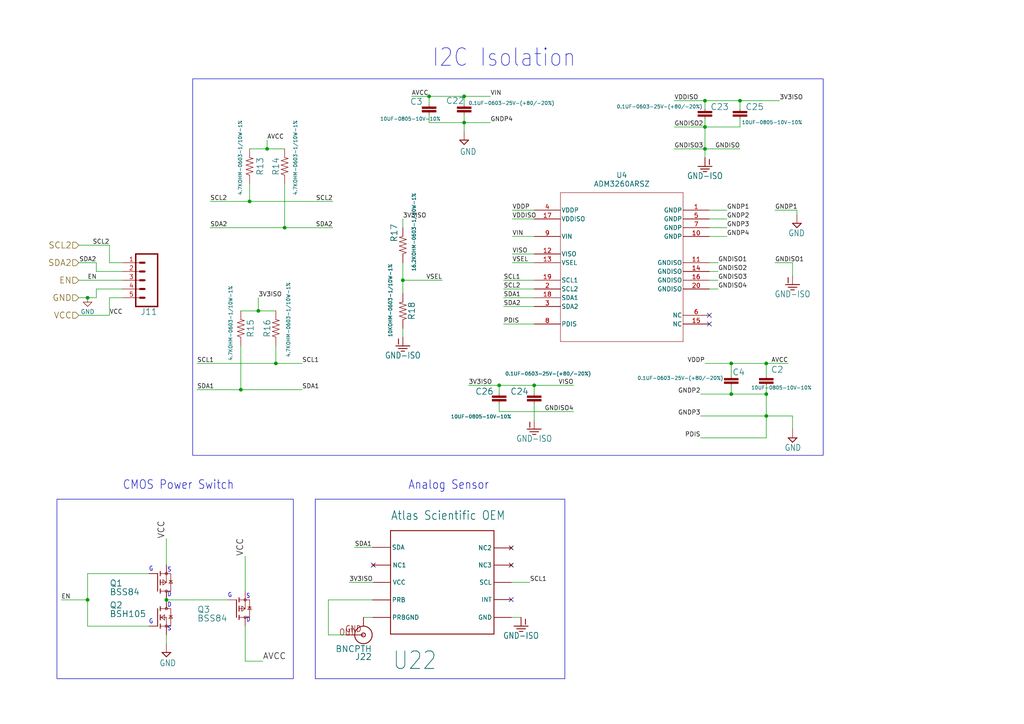
<source format=kicad_sch>
(kicad_sch (version 20231120) (generator "eeschema") (generator_version "8.0")
  (paper "A4")
  (title_block (title "ADM3260 with Atlas Scientific OEM") (date "2024-05-19") (rev "1.0.0") (company "FAST Research et al.") (comment 1 "Author: Ignore Knippenberg") (comment 2 "Author: Cameron Brooks"))
  (lib_symbols
    (symbol "ADM3260ARSZ:ADM3260ARSZ" (pin_names (offset 0.254))
      (property "Reference" "U" (at 25.4 10.16 0))
      (property "Value" "ADM3260ARSZ" (at 25.4 7.62 0))
      (symbol "ADM3260ARSZ_0_1"
        (polyline (pts (xy 7.62 -38.1) (xy 43.18 -38.1)) (stroke (width 0.127)))
        (polyline (pts (xy 7.62 5.08) (xy 7.62 -38.1)) (stroke (width 0.127)))
        (polyline (pts (xy 43.18 -38.1) (xy 43.18 5.08)) (stroke (width 0.127)))
        (polyline (pts (xy 43.18 5.08) (xy 7.62 5.08)) (stroke (width 0.127)))
        (pin unspecified line (at 50.8 0 180) (length 7.62) (name "GNDP") (number "1"))
        (pin unspecified line (at 50.8 -7.62 180) (length 7.62) (name "GNDP") (number "10"))
        (pin unspecified line (at 50.8 -15.24 180) (length 7.62) (name "GNDISO") (number "11"))
        (pin unspecified line (at 0 -12.7 0) (length 7.62) (name "VISO") (number "12"))
        (pin unspecified line (at 0 -15.24 0) (length 7.62) (name "VSEL") (number "13"))
        (pin unspecified line (at 50.8 -17.78 180) (length 7.62) (name "GNDISO") (number "14"))
        (pin unspecified line (at 50.8 -33.02 180) (length 7.62) (name "NC") (number "15"))
        (pin unspecified line (at 50.8 -20.32 180) (length 7.62) (name "GNDISO") (number "16"))
        (pin unspecified line (at 0 -2.54 0) (length 7.62) (name "VDDISO") (number "17"))
        (pin unspecified line (at 0 -25.4 0) (length 7.62) (name "SDA1") (number "18"))
        (pin unspecified line (at 0 -20.32 0) (length 7.62) (name "SCL1") (number "19"))
        (pin unspecified line (at 0 -22.86 0) (length 7.62) (name "SCL2") (number "2"))
        (pin unspecified line (at 50.8 -22.86 180) (length 7.62) (name "GNDISO") (number "20"))
        (pin unspecified line (at 0 -27.94 0) (length 7.62) (name "SDA2") (number "3"))
        (pin unspecified line (at 0 0 0) (length 7.62) (name "VDDP") (number "4"))
        (pin unspecified line (at 50.8 -2.54 180) (length 7.62) (name "GNDP") (number "5"))
        (pin unspecified line (at 50.8 -30.48 180) (length 7.62) (name "NC") (number "6"))
        (pin unspecified line (at 50.8 -5.08 180) (length 7.62) (name "GNDP") (number "7"))
        (pin unspecified line (at 0 -33.02 0) (length 7.62) (name "PDIS") (number "8"))
        (pin unspecified line (at 0 -7.62 0) (length 7.62) (name "VIN") (number "9"))
      )
    )
    (symbol "ADM3260_Breakout-eagle-import:0.1UF-0603-25V-(+80/-20%)"
      (property "Reference" "C" (at 1.524 2.286 0))
      (symbol "0.1UF-0603-25V-(+80/-20%)_1_0"
        (rectangle (start -2.032 0.508) (end 2.032 1.016) (fill (type outline)))
        (rectangle (start -2.032 1.524) (end 2.032 2.032) (fill (type outline)))
        (polyline (pts (xy 0 0) (xy 0 0.508)) (stroke (width 0.1524)))
        (polyline (pts (xy 0 2.54) (xy 0 2.032)) (stroke (width 0.1524)))
        (pin passive line (at 0 2.54 270) (length 0) (name "1") (number "1"))
        (pin passive line (at 0 0 90) (length 0) (name "2") (number "2"))
      )
    )
    (symbol "ADM3260_Breakout-eagle-import:10KOHM-0603-1/10W-1%"
      (property "Reference" "R" (at 0 1.524 0))
      (symbol "10KOHM-0603-1/10W-1%_1_0"
        (polyline (pts (xy -2.54 0) (xy -2.159 1.016)) (stroke (width 0.1524)))
        (polyline (pts (xy -2.159 1.016) (xy -1.524 -1.016)) (stroke (width 0.1524)))
        (polyline (pts (xy -1.524 -1.016) (xy -0.889 1.016)) (stroke (width 0.1524)))
        (polyline (pts (xy -0.889 1.016) (xy -0.254 -1.016)) (stroke (width 0.1524)))
        (polyline (pts (xy -0.254 -1.016) (xy 0.381 1.016)) (stroke (width 0.1524)))
        (polyline (pts (xy 0.381 1.016) (xy 1.016 -1.016)) (stroke (width 0.1524)))
        (polyline (pts (xy 1.016 -1.016) (xy 1.651 1.016)) (stroke (width 0.1524)))
        (polyline (pts (xy 1.651 1.016) (xy 2.286 -1.016)) (stroke (width 0.1524)))
        (polyline (pts (xy 2.286 -1.016) (xy 2.54 0)) (stroke (width 0.1524)))
        (pin passive line (at -5.08 0 0) (length 2.54) (name "1") (number "1"))
        (pin passive line (at 5.08 0 180) (length 2.54) (name "2") (number "2"))
      )
    )
    (symbol "ADM3260_Breakout-eagle-import:10UF-0805-10V-10%"
      (property "Reference" "C" (at 1.524 2.286 0))
      (symbol "10UF-0805-10V-10%_1_0"
        (rectangle (start -2.032 0.508) (end 2.032 1.016) (fill (type outline)))
        (rectangle (start -2.032 1.524) (end 2.032 2.032) (fill (type outline)))
        (polyline (pts (xy 0 0) (xy 0 0.508)) (stroke (width 0.1524)))
        (polyline (pts (xy 0 2.54) (xy 0 2.032)) (stroke (width 0.1524)))
        (pin passive line (at 0 2.54 270) (length 0) (name "1") (number "1"))
        (pin passive line (at 0 0 90) (length 0) (name "2") (number "2"))
      )
    )
    (symbol "ADM3260_Breakout-eagle-import:16.2KOHM-0603-1/10W-1%"
      (property "Reference" "R" (at 0 1.524 0))
      (symbol "16.2KOHM-0603-1/10W-1%_1_0"
        (polyline (pts (xy -2.54 0) (xy -2.159 1.016)) (stroke (width 0.1524)))
        (polyline (pts (xy -2.159 1.016) (xy -1.524 -1.016)) (stroke (width 0.1524)))
        (polyline (pts (xy -1.524 -1.016) (xy -0.889 1.016)) (stroke (width 0.1524)))
        (polyline (pts (xy -0.889 1.016) (xy -0.254 -1.016)) (stroke (width 0.1524)))
        (polyline (pts (xy -0.254 -1.016) (xy 0.381 1.016)) (stroke (width 0.1524)))
        (polyline (pts (xy 0.381 1.016) (xy 1.016 -1.016)) (stroke (width 0.1524)))
        (polyline (pts (xy 1.016 -1.016) (xy 1.651 1.016)) (stroke (width 0.1524)))
        (polyline (pts (xy 1.651 1.016) (xy 2.286 -1.016)) (stroke (width 0.1524)))
        (polyline (pts (xy 2.286 -1.016) (xy 2.54 0)) (stroke (width 0.1524)))
        (pin passive line (at -5.08 0 0) (length 2.54) (name "1") (number "1"))
        (pin passive line (at 5.08 0 180) (length 2.54) (name "2") (number "2"))
      )
    )
    (symbol "ADM3260_Breakout-eagle-import:4.7KOHM-0603-1/10W-1%"
      (property "Reference" "R" (at 0 1.524 0))
      (symbol "4.7KOHM-0603-1/10W-1%_1_0"
        (polyline (pts (xy -2.54 0) (xy -2.159 1.016)) (stroke (width 0.1524)))
        (polyline (pts (xy -2.159 1.016) (xy -1.524 -1.016)) (stroke (width 0.1524)))
        (polyline (pts (xy -1.524 -1.016) (xy -0.889 1.016)) (stroke (width 0.1524)))
        (polyline (pts (xy -0.889 1.016) (xy -0.254 -1.016)) (stroke (width 0.1524)))
        (polyline (pts (xy -0.254 -1.016) (xy 0.381 1.016)) (stroke (width 0.1524)))
        (polyline (pts (xy 0.381 1.016) (xy 1.016 -1.016)) (stroke (width 0.1524)))
        (polyline (pts (xy 1.016 -1.016) (xy 1.651 1.016)) (stroke (width 0.1524)))
        (polyline (pts (xy 1.651 1.016) (xy 2.286 -1.016)) (stroke (width 0.1524)))
        (polyline (pts (xy 2.286 -1.016) (xy 2.54 0)) (stroke (width 0.1524)))
        (pin passive line (at -5.08 0 0) (length 2.54) (name "1") (number "1"))
        (pin passive line (at 5.08 0 180) (length 2.54) (name "2") (number "2"))
      )
    )
    (symbol "ADM3260_Breakout-eagle-import:BNCPTH"
      (property "Reference" "J" (at -2.54 5.334 0))
      (symbol "BNCPTH_1_0"
        (circle (center 0 0) (radius 0.5679) (stroke (width 0.254)))
        (circle (center 0 0) (radius 2.54) (stroke (width 0.254)))
        (text "GND" (at 0.508 -2.794 0) (effects (font (size 1.778 1.5113)) (justify left top)))
        (text "OUT" (at 2.54 0.254 0) (effects (font (size 1.778 1.5113)) (justify left bottom)))
        (pin bidirectional line (at 0 -5.08 90) (length 2.54) (name "GND") (number "GND"))
        (pin bidirectional line (at 5.08 0 180) (length 5.08) (name "OUT") (number "S"))
      )
    )
    (symbol "ADM3260_Breakout-eagle-import:BSH105"
      (property "Reference" "T" (at -11.43 2.54 0))
      (symbol "BSH105_1_0"
        (polyline (pts (xy 0 2.54) (xy 0 -2.54)) (stroke (width 0.254)))
        (polyline (pts (xy 0.762 -2.54) (xy 0.762 -3.175)) (stroke (width 0.254)))
        (polyline (pts (xy 0.762 -1.905) (xy 0.762 -2.54)) (stroke (width 0.254)))
        (polyline (pts (xy 0.762 0) (xy 0.762 -0.762)) (stroke (width 0.254)))
        (polyline (pts (xy 0.762 0) (xy 2.54 0)) (stroke (width 0.1524)))
        (polyline (pts (xy 0.762 0.762) (xy 0.762 0)) (stroke (width 0.254)))
        (polyline (pts (xy 0.762 2.54) (xy 0.762 1.905)) (stroke (width 0.254)))
        (polyline (pts (xy 0.762 2.54) (xy 3.81 2.54)) (stroke (width 0.1524)))
        (polyline (pts (xy 0.762 3.175) (xy 0.762 2.54)) (stroke (width 0.254)))
        (polyline (pts (xy 1.016 0) (xy 2.032 0.762)) (stroke (width 0.1524)))
        (polyline (pts (xy 2.032 -0.762) (xy 1.016 0)) (stroke (width 0.1524)))
        (polyline (pts (xy 2.032 0.762) (xy 2.032 -0.762)) (stroke (width 0.1524)))
        (polyline (pts (xy 2.54 -2.54) (xy 0.762 -2.54)) (stroke (width 0.1524)))
        (polyline (pts (xy 2.54 -2.54) (xy 3.81 -2.54)) (stroke (width 0.1524)))
        (polyline (pts (xy 2.54 0) (xy 2.54 -2.54)) (stroke (width 0.1524)))
        (polyline (pts (xy 3.302 -0.254) (xy 4.318 -0.254)) (stroke (width 0.1524)))
        (polyline (pts (xy 3.81 0.508) (xy 3.302 -0.254)) (stroke (width 0.1524)))
        (polyline (pts (xy 3.81 0.508) (xy 3.302 0.508)) (stroke (width 0.1524)))
        (polyline (pts (xy 3.81 0.508) (xy 3.81 -2.54)) (stroke (width 0.1524)))
        (polyline (pts (xy 3.81 2.54) (xy 3.81 0.508)) (stroke (width 0.1524)))
        (polyline (pts (xy 4.318 -0.254) (xy 3.81 0.508)) (stroke (width 0.1524)))
        (polyline (pts (xy 4.318 0.508) (xy 3.81 0.508)) (stroke (width 0.1524)))
        (circle (center 2.54 -2.54) (radius 0.3592))
        (circle (center 2.54 2.54) (radius 0.3592))
        (pin passive line (at -2.54 -2.54 0) (length 2.54) (name "G") (number "1"))
        (pin passive line (at 2.54 -5.08 90) (length 2.54) (name "S") (number "2"))
        (pin passive line (at 2.54 5.08 270) (length 2.54) (name "D") (number "3"))
      )
    )
    (symbol "ADM3260_Breakout-eagle-import:BSS84"
      (property "Reference" "T" (at -13.97 -1.27 0))
      (symbol "BSS84_1_0"
        (circle (center 0 -2.54) (radius 0.3592))
        (polyline (pts (xy -2.54 -2.54) (xy -2.54 2.54)) (stroke (width 0.254)))
        (polyline (pts (xy -1.778 -3.175) (xy -1.778 -2.54)) (stroke (width 0.254)))
        (polyline (pts (xy -1.778 -2.54) (xy -1.778 -1.905)) (stroke (width 0.254)))
        (polyline (pts (xy -1.778 -2.54) (xy 0 -2.54)) (stroke (width 0.1524)))
        (polyline (pts (xy -1.778 -0.762) (xy -1.778 0)) (stroke (width 0.254)))
        (polyline (pts (xy -1.778 0) (xy -1.778 0.762)) (stroke (width 0.254)))
        (polyline (pts (xy -1.778 0) (xy 0 0)) (stroke (width 0.1524)))
        (polyline (pts (xy -1.778 1.905) (xy -1.778 2.54)) (stroke (width 0.254)))
        (polyline (pts (xy -1.778 2.54) (xy -1.778 3.175)) (stroke (width 0.254)))
        (polyline (pts (xy -1.016 -0.762) (xy -1.016 0.762)) (stroke (width 0.1524)))
        (polyline (pts (xy -1.016 0.762) (xy 0 0)) (stroke (width 0.1524)))
        (polyline (pts (xy 0 -5.08) (xy 0 -2.54)) (stroke (width 0.1524)))
        (polyline (pts (xy 0 -2.54) (xy 1.27 -2.54)) (stroke (width 0.1524)))
        (polyline (pts (xy 0 0) (xy -1.016 -0.762)) (stroke (width 0.1524)))
        (polyline (pts (xy 0 0) (xy 0 2.54)) (stroke (width 0.1524)))
        (polyline (pts (xy 0 2.54) (xy -1.778 2.54)) (stroke (width 0.1524)))
        (polyline (pts (xy 0 2.54) (xy 1.27 2.54)) (stroke (width 0.1524)))
        (polyline (pts (xy 0.762 -0.254) (xy 1.778 -0.254)) (stroke (width 0.1524)))
        (polyline (pts (xy 1.27 0.508) (xy 0.762 -0.254)) (stroke (width 0.1524)))
        (polyline (pts (xy 1.27 0.508) (xy 0.762 0.508)) (stroke (width 0.1524)))
        (polyline (pts (xy 1.27 0.508) (xy 1.27 -2.54)) (stroke (width 0.1524)))
        (polyline (pts (xy 1.27 2.54) (xy 1.27 0.508)) (stroke (width 0.1524)))
        (polyline (pts (xy 1.778 -0.254) (xy 1.27 0.508)) (stroke (width 0.1524)))
        (polyline (pts (xy 1.778 0.508) (xy 1.27 0.508)) (stroke (width 0.1524)))
        (circle (center 0 2.54) (radius 0.3592))
        (pin passive line (at -5.08 2.54 0) (length 2.54) (name "G") (number "1"))
        (pin passive line (at 0 5.08 270) (length 2.54) (name "S") (number "2"))
        (pin passive line (at 0 -5.08 90) (length 2.54) (name "D") (number "3"))
      )
    )
    (symbol "ADM3260_Breakout-eagle-import:CONN_05LOCK_LONGPADS"
      (property "Reference" "J" (at -2.54 8.128 0))
      (symbol "CONN_05LOCK_LONGPADS_1_0"
        (polyline (pts (xy -2.54 7.62) (xy -2.54 -7.62)) (stroke (width 0.4064)))
        (polyline (pts (xy -2.54 7.62) (xy 3.81 7.62)) (stroke (width 0.4064)))
        (polyline (pts (xy 1.27 -5.08) (xy 2.54 -5.08)) (stroke (width 0.6096)))
        (polyline (pts (xy 1.27 -2.54) (xy 2.54 -2.54)) (stroke (width 0.6096)))
        (polyline (pts (xy 1.27 0) (xy 2.54 0)) (stroke (width 0.6096)))
        (polyline (pts (xy 1.27 2.54) (xy 2.54 2.54)) (stroke (width 0.6096)))
        (polyline (pts (xy 1.27 5.08) (xy 2.54 5.08)) (stroke (width 0.6096)))
        (polyline (pts (xy 3.81 -7.62) (xy -2.54 -7.62)) (stroke (width 0.4064)))
        (polyline (pts (xy 3.81 -7.62) (xy 3.81 7.62)) (stroke (width 0.4064)))
        (pin passive line (at 7.62 -5.08 180) (length 5.08) (name "1") (number "1"))
        (pin passive line (at 7.62 -2.54 180) (length 5.08) (name "2") (number "2"))
        (pin passive line (at 7.62 0 180) (length 5.08) (name "3") (number "3"))
        (pin passive line (at 7.62 2.54 180) (length 5.08) (name "4") (number "4"))
        (pin passive line (at 7.62 5.08 180) (length 5.08) (name "5") (number "5"))
      )
    )
    (symbol "ADM3260_Breakout-eagle-import:GND" (power)
      (symbol "GND_1_0"
        (polyline (pts (xy -1.27 0) (xy 1.27 0)) (stroke (width 0.254)))
        (polyline (pts (xy 0 -1.27) (xy -1.27 0)) (stroke (width 0.254)))
        (polyline (pts (xy 1.27 0) (xy 0 -1.27)) (stroke (width 0.254)))
        (pin power_in line (at 0 2.54 270) (length 2.54) (name "GND") (number "1"))
      )
    )
    (symbol "ADM3260_Breakout-eagle-import:GND-ISO" (power)
      (symbol "GND-ISO_1_0"
        (polyline (pts (xy -2.032 0) (xy 2.032 0)) (stroke (width 0.254)))
        (polyline (pts (xy -1.27 -0.762) (xy 1.27 -0.762)) (stroke (width 0.254)))
        (polyline (pts (xy -0.508 -1.524) (xy 0.508 -1.524)) (stroke (width 0.254)))
        (polyline (pts (xy 1.27 2.032) (xy 1.27 0.508)) (stroke (width 0.254)))
        (pin power_in line (at 0 2.54 270) (length 2.54) (name "GND-ISO") (number "1"))
      )
    )
    (symbol "ADM3260_Breakout-eagle-import:PHSENSOR"
      (property "Reference" "U3" (at -14.732 -25.4 0))
      (property "Value" "Atlas Scientific OEM" (at -14.986 18.034 0))
      (symbol "PHSENSOR_1_0"
        (polyline (pts (xy -15 -15) (xy 15 -15)) (stroke (width 0.254)))
        (polyline (pts (xy -15 15) (xy -15 -15)) (stroke (width 0.254)))
        (polyline (pts (xy 15 -15) (xy 15 15)) (stroke (width 0.254)))
        (polyline (pts (xy 15 15) (xy -15 15)) (stroke (width 0.254)))
        (pin bidirectional line (at -20.2219 10.1558 0) (length 5.08) (name "SDA") (number "P1"))
        (pin no_connect line (at 20 10 180) (length 5.08) (name "NC2") (number "P10"))
        (pin no_connect line (at -20 5 0) (length 5.08) (name "NC1") (number "P2"))
        (pin power_in line (at -20 0 0) (length 5.08) (name "VCC") (number "P3"))
        (pin bidirectional line (at -20.2061 -5.0834 0) (length 5.08) (name "PRB") (number "P4"))
        (pin bidirectional line (at -20.1404 -10.1628 0) (length 5.08) (name "PRBGND") (number "P5"))
        (pin power_in line (at 20.0356 -10.161 180) (length 5.08) (name "GND") (number "P6"))
        (pin bidirectional line (at 20 -5 180) (length 5.08) (name "INT") (number "P7"))
        (pin bidirectional line (at 20 0 180) (length 5.08) (name "SCL") (number "P8"))
        (pin no_connect line (at 20 5 180) (length 5.08) (name "NC3") (number "P9"))
      )
    )
    (symbol "power:GND" (power) (pin_numbers hide) (pin_names (offset 0) hide)
      (property "Value" "GND" (at 0 -3.81 0))
      (symbol "GND_0_1"
        (polyline (pts (xy 0 0) (xy 0 -1.27) (xy 1.27 -1.27) (xy 0 -2.54) (xy -1.27 -1.27) (xy 0 -1.27)))
      )
      (symbol "GND_1_1"
        (pin power_in line (at 0 0 270) (length 0) (name "~") (number "1"))
      )
    )
  )
  (junction (at 134.62 35.56))
  (junction (at 69.85 113.03))
  (junction (at 74.93 90.17))
  (junction (at 77.47 43.18))
  (junction (at 214.63 29.21))
  (junction (at 48.26 173.99))
  (junction (at 144.78 111.76))
  (junction (at 124.46 27.94))
  (junction (at 212.09 105.41))
  (junction (at 222.25 120.65))
  (junction (at 204.47 43.18))
  (junction (at 212.09 114.3))
  (junction (at 204.47 29.21))
  (junction (at 80.01 105.41))
  (junction (at 116.84 81.28))
  (junction (at 25.4 86.36))
  (junction (at 222.25 105.41))
  (junction (at 82.55 66.04))
  (junction (at 222.25 114.3))
  (junction (at 25.4 173.99))
  (junction (at 134.62 27.94))
  (junction (at 204.47 36.83))
  (junction (at 72.39 58.42))
  (junction (at 154.94 111.76))
  (no_connect (at 148.27 158.91))
  (no_connect (at 108.27 163.91))
  (no_connect (at 148.27 173.91))
  (no_connect (at 205.74 93.98))
  (no_connect (at 148.27 163.91))
  (no_connect (at 205.74 91.44))
  (wire (pts (xy 82.55 43.18) (xy 77.47 43.18)) (stroke (width 0.1524)))
  (wire (pts (xy 134.62 38.1) (xy 134.62 35.56)) (stroke (width 0.1524)))
  (wire (pts (xy 214.63 29.21) (xy 214.63 31.75)) (stroke (width 0.1524)))
  (wire (pts (xy 204.47 105.41) (xy 212.09 105.41)))
  (wire (pts (xy 148.59 60.96) (xy 154.94 60.96)))
  (wire (pts (xy 69.85 113.03) (xy 87.63 113.03)) (stroke (width 0.1524)))
  (wire (pts (xy 124.46 27.94) (xy 124.46 30.48)) (stroke (width 0.1524)))
  (wire (pts (xy 204.47 29.21) (xy 204.47 31.75)) (stroke (width 0.1524)))
  (wire (pts (xy 144.78 111.76) (xy 144.78 114.3)) (stroke (width 0.1524)))
  (wire (pts (xy 214.63 43.18) (xy 204.47 43.18)) (stroke (width 0.1524)))
  (wire (pts (xy 154.94 111.76) (xy 154.94 114.3)) (stroke (width 0.1524)))
  (wire (pts (xy 108.0639 173.99) (xy 108.0639 173.9934)) (stroke (width 0.1524)))
  (wire (pts (xy 31.75 91.44) (xy 22.86 91.44)) (stroke (width 0.1524)))
  (wire (pts (xy 74.93 90.17) (xy 80.01 90.17)) (stroke (width 0.1524)))
  (wire (pts (xy 60.96 66.04) (xy 82.55 66.04)))
  (wire (pts (xy 69.85 90.17) (xy 74.93 90.17)) (stroke (width 0.1524)))
  (wire (pts (xy 148.59 73.66) (xy 154.94 73.66)))
  (wire (pts (xy 72.39 58.42) (xy 96.52 58.42)))
  (wire (pts (xy 35.56 78.74) (xy 27.94 78.74)) (stroke (width 0.1524)))
  (wire (pts (xy 74.93 86.36) (xy 74.93 90.17)))
  (wire (pts (xy 77.47 43.18) (xy 72.39 43.18)) (stroke (width 0.1524)))
  (wire (pts (xy 22.86 86.36) (xy 25.4 86.36)) (stroke (width 0.1524)))
  (wire (pts (xy 82.55 66.04) (xy 96.52 66.04)))
  (wire (pts (xy 116.84 76.2) (xy 116.84 81.28)))
  (wire (pts (xy 148.59 68.58) (xy 154.94 68.58)))
  (wire (pts (xy 102.87 158.75) (xy 108.0481 158.75)))
  (wire (pts (xy 214.63 29.21) (xy 226.06 29.21)))
  (wire (pts (xy 195.58 29.21) (xy 204.47 29.21)))
  (wire (pts (xy 148.59 76.2) (xy 154.94 76.2)))
  (wire (pts (xy 229.87 120.65) (xy 229.87 124.46)))
  (wire (pts (xy 124.46 35.56) (xy 124.46 33.02)) (stroke (width 0.1524)))
  (wire (pts (xy 72.39 58.42) (xy 72.39 53.34)) (stroke (width 0.1524)))
  (wire (pts (xy 214.63 36.83) (xy 214.63 34.29)) (stroke (width 0.1524)))
  (wire (pts (xy 35.56 83.82) (xy 27.94 83.82)) (stroke (width 0.1524)))
  (wire (pts (xy 222.25 114.3) (xy 222.25 120.65)) (stroke (width 0.1524)))
  (wire (pts (xy 108.1296 179.07) (xy 108.1296 179.0728)) (stroke (width 0.1524)))
  (wire (pts (xy 95.25 173.99) (xy 108.0639 173.99)) (stroke (width 0.1524)))
  (wire (pts (xy 48.26 163.83) (xy 48.26 156.21)) (stroke (width 0.1524)))
  (wire (pts (xy 222.25 105.41) (xy 212.09 105.41)))
  (wire (pts (xy 31.75 86.36) (xy 35.56 86.36)) (stroke (width 0.1524)))
  (wire (pts (xy 60.96 58.42) (xy 72.39 58.42)))
  (wire (pts (xy 146.05 83.82) (xy 154.94 83.82)))
  (wire (pts (xy 135.89 111.76) (xy 144.78 111.76)))
  (wire (pts (xy 148.59 63.5) (xy 154.94 63.5)))
  (wire (pts (xy 212.09 105.41) (xy 212.09 106.68)))
  (wire (pts (xy 25.4 173.99) (xy 25.4 166.37)) (stroke (width 0.1524)))
  (wire (pts (xy 231.14 60.96) (xy 231.14 62.23)))
  (wire (pts (xy 134.62 27.94) (xy 142.24 27.94)))
  (wire (pts (xy 95.25 184.15) (xy 100.33 184.15)) (stroke (width 0.1524)))
  (wire (pts (xy 204.47 43.18) (xy 204.47 36.83)) (stroke (width 0.1524)))
  (wire (pts (xy 27.94 83.82) (xy 27.94 86.36)) (stroke (width 0.1524)))
  (wire (pts (xy 146.05 86.36) (xy 154.94 86.36)))
  (wire (pts (xy 210.82 66.04) (xy 205.74 66.04)))
  (wire (pts (xy 124.46 27.94) (xy 134.62 27.94)))
  (wire (pts (xy 212.09 114.3) (xy 222.25 114.3)) (stroke (width 0.1524)))
  (wire (pts (xy 208.28 81.28) (xy 205.74 81.28)))
  (wire (pts (xy 222.25 120.65) (xy 222.25 127)))
  (wire (pts (xy 134.62 33.02) (xy 134.62 35.56)) (stroke (width 0.1524)))
  (wire (pts (xy 25.4 86.36) (xy 27.94 86.36)) (stroke (width 0.1524)))
  (wire (pts (xy 116.84 81.28) (xy 116.84 83.82)))
  (wire (pts (xy 212.09 106.68) (xy 212.09 109.22)) (stroke (width 0.1524)))
  (wire (pts (xy 195.58 36.83) (xy 204.47 36.83)))
  (wire (pts (xy 154.94 111.76) (xy 144.78 111.76)) (stroke (width 0.1524)))
  (wire (pts (xy 222.25 105.41) (xy 222.25 109.22)) (stroke (width 0.1524)))
  (wire (pts (xy 25.4 166.37) (xy 43.18 166.37)) (stroke (width 0.1524)))
  (wire (pts (xy 134.62 30.48) (xy 134.62 27.94)))
  (wire (pts (xy 222.25 127) (xy 203.2 127)) (stroke (width 0.1524)))
  (wire (pts (xy 228.6 105.41) (xy 222.25 105.41)) (stroke (width 0.1524)))
  (wire (pts (xy 66.04 173.99) (xy 48.26 173.99)) (stroke (width 0.1524)))
  (wire (pts (xy 229.87 120.65) (xy 222.25 120.65)))
  (wire (pts (xy 48.26 186.69) (xy 48.26 184.15)) (stroke (width 0.1524)))
  (wire (pts (xy 212.0807 114.2908) (xy 212.09 114.3)) (stroke (width 0.1524)))
  (wire (pts (xy 69.85 113.03) (xy 69.85 100.33)) (stroke (width 0.1524)))
  (wire (pts (xy 71.12 191.77) (xy 76.2 191.77)) (stroke (width 0.1524)))
  (wire (pts (xy 146.05 81.28) (xy 154.94 81.28)))
  (wire (pts (xy 154.94 116.84) (xy 154.94 121.92)) (stroke (width 0.1524)))
  (wire (pts (xy 35.56 76.2) (xy 31.75 76.2)) (stroke (width 0.1524)))
  (wire (pts (xy 208.28 83.82) (xy 205.74 83.82)))
  (wire (pts (xy 128.27 81.28) (xy 116.84 81.28)))
  (wire (pts (xy 208.28 76.2) (xy 205.74 76.2)))
  (wire (pts (xy 71.12 171.45) (xy 71.12 161.29)) (stroke (width 0.1524)))
  (wire (pts (xy 108.27 168.91) (xy 101.28 168.91)) (stroke (width 0.1524)))
  (wire (pts (xy 22.86 81.28) (xy 35.56 81.28)) (stroke (width 0.1524)))
  (wire (pts (xy 80.01 105.41) (xy 80.01 100.33)) (stroke (width 0.1524)))
  (wire (pts (xy 224.79 76.2) (xy 229.87 76.2)))
  (wire (pts (xy 212.09 114.3) (xy 203.2 114.3)))
  (wire (pts (xy 105.41 179.07) (xy 108.1296 179.07)) (stroke (width 0.1524)))
  (wire (pts (xy 124.46 27.94) (xy 119.38 27.94)) (stroke (width 0.1524)))
  (wire (pts (xy 80.01 105.41) (xy 87.63 105.41)) (stroke (width 0.1524)))
  (wire (pts (xy 166.37 111.76) (xy 154.94 111.76)))
  (wire (pts (xy 77.47 43.18) (xy 77.47 40.64)) (stroke (width 0.1524)))
  (wire (pts (xy 57.15 113.03) (xy 69.85 113.03)))
  (wire (pts (xy 146.05 93.98) (xy 154.94 93.98)))
  (wire (pts (xy 229.87 76.2) (xy 229.87 80.01)))
  (wire (pts (xy 222.25 120.65) (xy 203.2 120.65)))
  (wire (pts (xy 31.75 71.12) (xy 22.86 71.12)) (stroke (width 0.1524)))
  (wire (pts (xy 43.18 181.61) (xy 25.4 181.61)) (stroke (width 0.1524)))
  (wire (pts (xy 108.0481 158.75) (xy 108.0481 158.7542)))
  (wire (pts (xy 166.37 119.38) (xy 144.78 119.38)))
  (wire (pts (xy 204.47 29.21) (xy 214.63 29.21)) (stroke (width 0.1524)))
  (wire (pts (xy 31.75 76.2) (xy 31.75 71.12)) (stroke (width 0.1524)))
  (wire (pts (xy 222.25 111.76) (xy 222.25 114.3)) (stroke (width 0.1524)))
  (wire (pts (xy 148.27 168.91) (xy 153.67 168.91)))
  (wire (pts (xy 146.05 88.9) (xy 154.94 88.9)))
  (wire (pts (xy 116.84 83.82) (xy 116.84 85.09)) (stroke (width 0.1524)))
  (wire (pts (xy 212.09 111.76) (xy 212.09 114.3)) (stroke (width 0.1524)))
  (wire (pts (xy 144.78 119.38) (xy 144.78 116.84)) (stroke (width 0.1524)))
  (wire (pts (xy 224.79 60.96) (xy 231.14 60.96)))
  (wire (pts (xy 204.47 36.83) (xy 204.47 34.29)) (stroke (width 0.1524)))
  (wire (pts (xy 25.4 173.99) (xy 17.78 173.99)) (stroke (width 0.1524)))
  (wire (pts (xy 31.75 86.36) (xy 31.75 91.44)) (stroke (width 0.1524)))
  (wire (pts (xy 116.84 66.04) (xy 116.84 63.5)) (stroke (width 0.1524)))
  (wire (pts (xy 27.94 78.74) (xy 27.94 76.2)) (stroke (width 0.1524)))
  (wire (pts (xy 71.12 181.61) (xy 71.12 191.77)) (stroke (width 0.1524)))
  (wire (pts (xy 208.28 78.74) (xy 205.74 78.74)))
  (wire (pts (xy 204.47 43.18) (xy 204.47 45.72)))
  (wire (pts (xy 204.47 36.83) (xy 214.63 36.83)) (stroke (width 0.1524)))
  (wire (pts (xy 204.47 43.18) (xy 195.58 43.18)))
  (wire (pts (xy 116.84 95.25) (xy 116.84 97.79)) (stroke (width 0.1524)))
  (wire (pts (xy 148.3056 179.071) (xy 151.13 179.07)) (stroke (width 0.1524)))
  (wire (pts (xy 82.55 66.04) (xy 82.55 53.34)) (stroke (width 0.1524)))
  (wire (pts (xy 25.4 181.61) (xy 25.4 173.99)) (stroke (width 0.1524)))
  (wire (pts (xy 27.94 76.2) (xy 22.86 76.2)) (stroke (width 0.1524)))
  (wire (pts (xy 210.82 63.5) (xy 205.74 63.5)))
  (wire (pts (xy 210.82 60.96) (xy 205.74 60.96)))
  (wire (pts (xy 210.82 68.58) (xy 205.74 68.58)))
  (wire (pts (xy 57.15 105.41) (xy 80.01 105.41)))
  (wire (pts (xy 134.62 35.56) (xy 142.24 35.56)))
  (wire (pts (xy 95.25 173.99) (xy 95.25 184.15)) (stroke (width 0.1524)))
  (wire (pts (xy 134.62 35.56) (xy 124.46 35.56)) (stroke (width 0.1524)))
  (rectangle (start 16.51 144.78) (end 85.09 196.85))
  (rectangle (start 55.88 22.86) (end 238.76 132.08))
  (rectangle (start 91.44 144.78) (end 163.83 196.85))
  (text "I2C Isolation" (at 125.222 19.812 0) (effects (font (size 5.08 4.318)) (justify left bottom)))
  (text "S" (at 48.514 183.134 0) (effects (font (size 1.27 1.0795)) (justify left bottom)))
  (text "S" (at 71.374 173.736 0) (effects (font (size 1.27 1.0795)) (justify left bottom)))
  (text "D" (at 71.374 180.594 0) (effects (font (size 1.27 1.0795)) (justify left bottom)))
  (text "G" (at 43.18 165.862 0) (effects (font (size 1.27 1.0795)) (justify left bottom)))
  (text "G" (at 43.18 181.102 0) (effects (font (size 1.27 1.0795)) (justify left bottom)))
  (text "Analog Sensor" (at 118.364 142.24 0) (effects (font (size 2.54 2.159)) (justify left bottom)))
  (text "D" (at 48.514 176.276 0) (effects (font (size 1.27 1.0795)) (justify left bottom)))
  (text "D" (at 48.514 173.228 0) (effects (font (size 1.27 1.0795)) (justify left bottom)))
  (text "S" (at 48.514 166.116 0) (effects (font (size 1.27 1.0795)) (justify left bottom)))
  (text "CMOS Power Switch" (at 35.56 142.24 0) (effects (font (size 2.54 2.159)) (justify left bottom)))
  (text "G" (at 66.04 173.482 0) (effects (font (size 1.27 1.0795)) (justify left bottom)))
  (label "SDA1" (at 146.05 86.36 0))
  (label "GNDISO3" (at 195.58 43.18 0))
  (label "3V3ISO" (at 135.89 111.76 0))
  (label "GNDP4" (at 210.82 68.58 0))
  (label "SDA1" (at 102.87 158.75 0))
  (label "SDA2" (at 27.94 76.2 180))
  (label "GNDP1" (at 224.79 60.96 0))
  (label "VCC" (at 31.75 91.44 0))
  (label "GNDISO3" (at 208.28 81.28 0))
  (label "GNDISO1" (at 208.28 76.2 0))
  (label "VSEL" (at 128.27 81.28 180))
  (label "SDA2" (at 96.52 66.04 180))
  (label "VIN" (at 148.59 68.58 0))
  (label "SDA1" (at 57.15 113.03 0))
  (label "VSEL" (at 148.59 76.2 0))
  (label "3V3ISO" (at 226.06 29.21 0))
  (label "GNDP1" (at 210.82 60.96 0))
  (label "GNDP3" (at 203.2 120.65 180))
  (label "GNDISO1" (at 224.79 76.2 0))
  (label "VIN" (at 142.24 27.94 0))
  (label "AVCC" (at 76.2 191.77 0) (effects (font (size 1.778 1.778))))
  (label "3V3ISO" (at 101.28 168.91 0))
  (label "GNDP4" (at 142.24 35.56 0))
  (label "SDA2" (at 60.96 66.04 0))
  (label "SDA2" (at 146.05 88.9 0))
  (label "AVCC" (at 228.6 105.41 180))
  (label "VCC" (at 48.26 156.21 90) (effects (font (size 1.778 1.778))))
  (label "SDA1" (at 87.63 113.03 0))
  (label "SCL2" (at 60.96 58.42 0))
  (label "GNDISO" (at 214.63 43.18 180))
  (label "VCC" (at 71.12 161.29 90) (effects (font (size 1.778 1.778))))
  (label "SCL1" (at 57.15 105.41 0))
  (label "VDDISO" (at 148.59 63.5 0))
  (label "3V3ISO" (at 116.84 63.5 0))
  (label "GNDP3" (at 210.82 66.04 0))
  (label "SCL1" (at 146.05 81.28 0))
  (label "VDDP" (at 148.59 60.96 0))
  (label "PDIS" (at 146.05 93.98 0))
  (label "EN" (at 17.78 173.99 0))
  (label "VDDP" (at 204.47 105.41 180))
  (label "GNDISO2" (at 195.58 36.83 0))
  (label "SCL1" (at 153.67 168.91 0))
  (label "GNDISO2" (at 208.28 78.74 0))
  (label "3V3ISO" (at 74.93 86.36 0))
  (label "SCL2" (at 146.05 83.82 0))
  (label "SCL2" (at 31.75 71.12 180))
  (label "GNDP2" (at 210.82 63.5 0))
  (label "GNDP2" (at 203.2 114.3 180))
  (label "AVCC" (at 119.38 27.94 0))
  (label "AVCC" (at 77.47 40.64 0))
  (label "VISO" (at 148.59 73.66 0))
  (label "GNDISO4" (at 166.37 119.38 180))
  (label "GNDISO4" (at 208.28 83.82 0))
  (label "PDIS" (at 203.2 127 180))
  (label "EN" (at 25.4 81.28 0))
  (label "VISO" (at 166.37 111.76 180))
  (label "VDDISO" (at 195.58 29.21 0))
  (label "SCL1" (at 87.63 105.41 0))
  (label "SCL2" (at 96.52 58.42 180))
  (hierarchical_label "GND" (shape input) (at 22.86 86.36 180) (effects (font (size 1.778 1.778))))
  (hierarchical_label "EN" (shape input) (at 22.86 81.28 180) (effects (font (size 1.778 1.778))))
  (hierarchical_label "SCL2" (shape input) (at 22.86 71.12 180) (effects (font (size 1.778 1.778))))
  (hierarchical_label "VCC" (shape input) (at 22.86 91.44 180) (effects (font (size 1.778 1.778))))
  (hierarchical_label "SDA2" (shape input) (at 22.86 76.2 180) (effects (font (size 1.778 1.778))))
  (symbol (lib_id "ADM3260_Breakout-eagle-import:4.7KOHM-0603-1/10W-1%") (at 80.01 95.25 90) (unit 1)
    (property "Reference" "R16" (at 78.486 95.25 0) (effects (font (size 1.778 1.778)) (justify bottom)))
    (property "Value" "4.7KOHM-0603-1/10W-1%" (at 83.058 92.71 0) (effects (font (size 1.016 1.016)) (justify top)))
    (property "Footprint" "Resistor_SMD:R_0201_0603Metric" (effects (hide yes)))
    (instances (project "BREAD_Slice" (path "" (reference "R16") (unit 1)) (path "" (reference "R22") (unit 1))))
  )
  (symbol (lib_id "ADM3260_Breakout-eagle-import:BNCPTH") (at 105.41 184.15 180) (unit 1)
    (property "Reference" "J22" (at 107.95 189.484 0) (effects (font (size 1.778 1.778)) (justify left bottom)))
    (property "Value" "BNCPTH" (at 107.95 187.198 0) (effects (font (size 1.778 1.778)) (justify left bottom)))
    (property "Footprint" "Connector_Coaxial:BNC_Amphenol_B6252HB-NPP3G-50_Horizontal" (effects (hide yes)))
    (instances (project "BREAD_Slice" (path "" (reference "J22") (unit 1)) (path "" (reference "J4") (unit 1))))
  )
  (symbol (lib_id "ADM3260_Breakout-eagle-import:BSS84") (at 71.12 176.53 0) (unit 1)
    (property "Reference" "Q3" (at 57.15 177.8 0) (effects (font (size 1.778 1.778)) (justify left bottom)))
    (property "Value" "BSS84" (at 57.15 180.34 0) (effects (font (size 1.778 1.778)) (justify left bottom)))
    (property "Footprint" "Package_TO_SOT_SMD:SOT-23-3" (effects (hide yes)))
    (instances (project "BREAD_Slice" (path "" (reference "Q3") (unit 1)) (path "" (reference "Q6") (unit 1))))
  )
  (symbol (lib_id "ADM3260_Breakout-eagle-import:GND") (at 134.62 40.64 0) (unit 1)
    (property "Reference" "#SUPPLY012" (effects (hide yes)))
    (property "Value" "GND" (at 133.35 44.958 0) (effects (font (size 1.778 1.5113)) (justify left bottom)))
    (instances (project "BREAD_Slice" (path "" (reference "#SUPPLY012") (unit 1)) (path "" (reference "#SUPPLY015") (unit 1))))
  )
  (symbol (lib_id "ADM3260_Breakout-eagle-import:4.7KOHM-0603-1/10W-1%") (at 69.85 95.25 90) (unit 1)
    (property "Reference" "R15" (at 73.66 95.25 0) (effects (font (size 1.778 1.778)) (justify bottom)))
    (property "Value" "4.7KOHM-0603-1/10W-1%" (at 66.294 93.726 0) (effects (font (size 1.016 1.016)) (justify top)))
    (property "Footprint" "Resistor_SMD:R_0201_0603Metric" (effects (hide yes)))
    (instances (project "BREAD_Slice" (path "" (reference "R15") (unit 1)) (path "" (reference "R21") (unit 1))))
  )
  (symbol (lib_id "ADM3260_Breakout-eagle-import:GND-ISO") (at 116.84 100.33 0) (mirror y) (unit 1)
    (property "Reference" "#GND-ISO014" (effects (hide yes)))
    (property "Value" "GND-ISO" (at 116.84 102.108 0) (effects (font (size 1.778 1.5113)) (justify top)))
    (instances (project "BREAD_Slice" (path "" (reference "#GND-ISO014") (unit 1)) (path "" (reference "#GND-ISO018") (unit 1))))
  )
  (symbol (lib_id "ADM3260_Breakout-eagle-import:BSH105") (at 45.72 179.07 0) (unit 1)
    (property "Reference" "Q2" (at 31.75 176.53 0) (effects (font (size 1.778 1.778)) (justify left bottom)))
    (property "Value" "BSH105" (at 31.75 179.07 0) (effects (font (size 1.778 1.778)) (justify left bottom)))
    (property "Footprint" "Package_TO_SOT_SMD:SOT-23-3" (effects (hide yes)))
    (instances (project "BREAD_Slice" (path "" (reference "Q2") (unit 1)) (path "" (reference "Q4") (unit 1))))
  )
  (symbol (lib_id "ADM3260_Breakout-eagle-import:0.1UF-0603-25V-(+80/-20%)") (at 154.94 116.84 0) (mirror y) (unit 1)
    (property "Reference" "C24" (at 153.416 114.554 0) (effects (font (size 1.778 1.778)) (justify left bottom)))
    (property "Value" "0.1UF-0603-25V-(+80/-20%)" (at 171.45 108.966 0) (effects (font (size 1.016 1.016)) (justify left bottom)))
    (property "Footprint" "Capacitor_SMD:C_0201_0603Metric" (effects (hide yes)))
    (instances (project "BREAD_Slice" (path "" (reference "C24") (unit 1)) (path "" (reference "C32") (unit 1))))
  )
  (symbol (lib_id "ADM3260_Breakout-eagle-import:16.2KOHM-0603-1/10W-1%") (at 116.84 71.12 270) (mirror x) (unit 1)
    (property "Reference" "R17" (at 113.284 67.564 0) (effects (font (size 1.778 1.778)) (justify bottom)))
    (property "Value" "16.2KOHM-0603-1/10W-1%" (at 120.65 67.31 0) (effects (font (size 1.016 1.016)) (justify top)))
    (property "Footprint" "Resistor_SMD:R_0201_0603Metric" (effects (hide yes)))
    (instances (project "BREAD_Slice" (path "" (reference "R17") (unit 1)) (path "" (reference "R23") (unit 1))))
  )
  (symbol (lib_id "ADM3260_Breakout-eagle-import:GND-ISO") (at 151.13 181.61 0) (unit 1)
    (property "Reference" "#GND-ISO05" (effects (hide yes)))
    (property "Value" "GND-ISO" (at 151.13 183.388 0) (effects (font (size 1.778 1.5113)) (justify top)))
    (instances (project "BREAD_Slice" (path "" (reference "#GND-ISO05") (unit 1)) (path "" (reference "#GND-ISO09") (unit 1))))
  )
  (symbol (lib_id "ADM3260_Breakout-eagle-import:CONN_05LOCK_LONGPADS") (at 43.18 81.28 180) (unit 1)
    (property "Reference" "J11" (at 45.72 89.408 0) (effects (font (size 1.778 1.778)) (justify left bottom)))
    (property "Value" "CONN_05LOCK_LONGPADS" (effects (hide yes)))
    (property "Footprint" "Connector_JST:JST_EH_B5B-EH-A_1x05_P2.50mm_Vertical" (effects (hide yes)))
    (instances (project "BREAD_Slice" (path "" (reference "J11") (unit 1)) (path "" (reference "J3") (unit 1))))
  )
  (symbol (lib_id "ADM3260_Breakout-eagle-import:10UF-0805-10V-10%") (at 124.46 33.02 0) (unit 1)
    (property "Reference" "C3" (at 118.872 30.48 0) (effects (font (size 1.778 1.778)) (justify left bottom)))
    (property "Value" "10UF-0805-10V-10%" (at 110.236 35.052 0) (effects (font (size 1.016 1.016)) (justify left bottom)))
    (property "Footprint" "Capacitor_SMD:C_0805_2012Metric" (effects (hide yes)))
    (instances (project "BREAD_Slice" (path "" (reference "C3") (unit 1)) (path "" (reference "C28") (unit 1))))
  )
  (symbol (lib_id "ADM3260_Breakout-eagle-import:BSS84") (at 48.26 168.91 0) (unit 1)
    (property "Reference" "Q1" (at 31.75 170.18 0) (effects (font (size 1.778 1.778)) (justify left bottom)))
    (property "Value" "BSS84" (at 31.75 172.72 0) (effects (font (size 1.778 1.778)) (justify left bottom)))
    (property "Footprint" "Package_TO_SOT_SMD:SOT-23-3" (effects (hide yes)))
    (instances (project "BREAD_Slice" (path "" (reference "Q1") (unit 1)) (path "" (reference "Q5") (unit 1))))
  )
  (symbol (lib_id "ADM3260_Breakout-eagle-import:10UF-0805-10V-10%") (at 214.63 34.29 0) (unit 1)
    (property "Reference" "C25" (at 216.154 32.004 0) (effects (font (size 1.778 1.778)) (justify left bottom)))
    (property "Value" "10UF-0805-10V-10%" (at 215.138 36.068 0) (effects (font (size 1.016 1.016)) (justify left bottom)))
    (property "Footprint" "Capacitor_SMD:C_0805_2012Metric" (effects (hide yes)))
    (instances (project "BREAD_Slice" (path "" (reference "C25") (unit 1)) (path "" (reference "C33") (unit 1))))
  )
  (symbol (lib_id "ADM3260_Breakout-eagle-import:GND-ISO") (at 229.87 82.55 0) (mirror y) (unit 1)
    (property "Reference" "#GND-ISO01" (effects (hide yes)))
    (property "Value" "GND-ISO" (at 229.87 84.328 0) (effects (font (size 1.778 1.5113)) (justify top)))
    (instances (project "BREAD_Slice" (path "" (reference "#GND-ISO01") (unit 1)) (path "" (reference "#GND-ISO02") (unit 1))))
  )
  (symbol (lib_id "ADM3260_Breakout-eagle-import:4.7KOHM-0603-1/10W-1%") (at 72.39 48.26 90) (unit 1)
    (property "Reference" "R13" (at 76.454 48.26 0) (effects (font (size 1.778 1.778)) (justify bottom)))
    (property "Value" "4.7KOHM-0603-1/10W-1%" (at 69.088 45.72 0) (effects (font (size 1.016 1.016)) (justify top)))
    (property "Footprint" "Resistor_SMD:R_0201_0603Metric" (effects (hide yes)))
    (instances (project "BREAD_Slice" (path "" (reference "R13") (unit 1)) (path "" (reference "R19") (unit 1))))
  )
  (symbol (lib_id "ADM3260_Breakout-eagle-import:PHSENSOR") (at 128.27 168.91 0) (unit 1)
    (property "Reference" "U22" (at 113.538 194.31 0) (effects (font (size 5.08 4.318)) (justify left bottom)))
    (property "Value" "Atlas Scientific OEM" (at 113.284 150.876 0) (effects (font (size 2.54 2.159)) (justify left bottom)))
    (property "Footprint" "Atlas-Scientific:Atlas_OEM" (effects (hide yes)))
    (instances (project "BREAD_Slice" (path "" (reference "U22") (unit 1)) (path "" (reference "U3") (unit 1))))
  )
  (symbol (lib_id "ADM3260_Breakout-eagle-import:0.1UF-0603-25V-(+80/-20%)") (at 204.47 34.29 0) (unit 1)
    (property "Reference" "C23" (at 205.994 32.004 0) (effects (font (size 1.778 1.778)) (justify left bottom)))
    (property "Value" "0.1UF-0603-25V-(+80/-20%)" (at 178.816 31.496 0) (effects (font (size 1.016 1.016)) (justify left bottom)))
    (property "Footprint" "Capacitor_SMD:C_0201_0603Metric" (effects (hide yes)))
    (instances (project "BREAD_Slice" (path "" (reference "C23") (unit 1)) (path "" (reference "C31") (unit 1))))
  )
  (symbol (lib_id "power:GND") (at 25.4 86.36 0) (unit 1)
    (property "Reference" "#PWR01" (effects (hide yes)))
    (property "Value" "GND" (at 25.4 90.424 0))
    (property "Description" "Power symbol creates a global label with name \"GND\" , ground" (effects (hide yes)))
    (instances (project "BREAD_Slice" (path "" (reference "#PWR01") (unit 1)) (path "" (reference "#PWR06") (unit 1))))
  )
  (symbol (lib_id "ADM3260_Breakout-eagle-import:GND") (at 231.14 64.77 0) (unit 1)
    (property "Reference" "#SUPPLY04" (effects (hide yes)))
    (property "Value" "GND" (at 228.6 68.58 0) (effects (font (size 1.778 1.5113)) (justify left bottom)))
    (instances (project "BREAD_Slice" (path "" (reference "#SUPPLY04") (unit 1)) (path "" (reference "#SUPPLY06") (unit 1))))
  )
  (symbol (lib_id "ADM3260ARSZ:ADM3260ARSZ") (at 154.94 60.96 0) (unit 1)
    (property "Reference" "U4" (at 180.34 50.8 0) (effects (font (size 1.524 1.524))))
    (property "Value" "ADM3260ARSZ" (at 180.34 53.34 0) (effects (font (size 1.524 1.524))))
    (property "Footprint" "ADM3260ARSZ:RS_20_ADI" (effects (hide yes)))
    (property "Datasheet" "ADM3260ARSZ" (effects (hide yes)))
    (instances (project "BREAD_Slice" (path "" (reference "U4") (unit 1)) (path "" (reference "U1") (unit 1))))
  )
  (symbol (lib_id "ADM3260_Breakout-eagle-import:GND") (at 48.26 189.23 0) (unit 1)
    (property "Reference" "#SUPPLY01" (effects (hide yes)))
    (property "Value" "GND" (at 46.228 193.294 0) (effects (font (size 1.778 1.5113)) (justify left bottom)))
    (instances (project "BREAD_Slice" (path "" (reference "#SUPPLY01") (unit 1)) (path "" (reference "#SUPPLY07") (unit 1))))
  )
  (symbol (lib_id "ADM3260_Breakout-eagle-import:GND-ISO") (at 154.94 124.46 0) (mirror y) (unit 1)
    (property "Reference" "#GND-ISO013" (effects (hide yes)))
    (property "Value" "GND-ISO" (at 154.94 126.238 0) (effects (font (size 1.778 1.5113)) (justify top)))
    (instances (project "BREAD_Slice" (path "" (reference "#GND-ISO013") (unit 1)) (path "" (reference "#GND-ISO017") (unit 1))))
  )
  (symbol (lib_id "ADM3260_Breakout-eagle-import:10UF-0805-10V-10%") (at 144.78 116.84 0) (mirror y) (unit 1)
    (property "Reference" "C26" (at 143.256 114.554 0) (effects (font (size 1.778 1.778)) (justify left bottom)))
    (property "Value" "10UF-0805-10V-10%" (at 148.336 121.412 0) (effects (font (size 1.016 1.016)) (justify left bottom)))
    (property "Footprint" "Capacitor_SMD:C_0805_2012Metric" (effects (hide yes)))
    (instances (project "BREAD_Slice" (path "" (reference "C26") (unit 1)) (path "" (reference "C34") (unit 1))))
  )
  (symbol (lib_id "ADM3260_Breakout-eagle-import:4.7KOHM-0603-1/10W-1%") (at 82.55 48.26 90) (unit 1)
    (property "Reference" "R14" (at 81.026 48.26 0) (effects (font (size 1.778 1.778)) (justify bottom)))
    (property "Value" "4.7KOHM-0603-1/10W-1%" (at 85.09 45.72 0) (effects (font (size 1.016 1.016)) (justify top)))
    (property "Footprint" "Resistor_SMD:R_0201_0603Metric" (effects (hide yes)))
    (instances (project "BREAD_Slice" (path "" (reference "R14") (unit 1)) (path "" (reference "R20") (unit 1))))
  )
  (symbol (lib_id "ADM3260_Breakout-eagle-import:10KOHM-0603-1/10W-1%") (at 116.84 90.17 270) (mirror x) (unit 1)
    (property "Reference" "R18" (at 118.364 90.17 0) (effects (font (size 1.778 1.778)) (justify bottom)))
    (property "Value" "10KOHM-0603-1/10W-1%" (at 113.792 87.122 0) (effects (font (size 1.016 1.016)) (justify top)))
    (property "Footprint" "Resistor_SMD:R_0201_0603Metric" (effects (hide yes)))
    (instances (project "BREAD_Slice" (path "" (reference "R18") (unit 1)) (path "" (reference "R24") (unit 1))))
  )
  (symbol (lib_id "ADM3260_Breakout-eagle-import:GND") (at 229.87 127 0) (mirror y) (unit 1)
    (property "Reference" "#SUPPLY011" (effects (hide yes)))
    (property "Value" "GND" (at 232.41 130.81 0) (effects (font (size 1.778 1.5113)) (justify left bottom)))
    (instances (project "BREAD_Slice" (path "" (reference "#SUPPLY011") (unit 1)) (path "" (reference "#SUPPLY014") (unit 1))))
  )
  (symbol (lib_id "ADM3260_Breakout-eagle-import:0.1UF-0603-25V-(+80/-20%)") (at 212.09 111.76 0) (mirror y) (unit 1)
    (property "Reference" "C4" (at 216.154 108.966 0) (effects (font (size 1.778 1.778)) (justify left bottom)))
    (property "Value" "0.1UF-0603-25V-(+80/-20%)" (at 209.804 110.236 0) (effects (font (size 1.016 1.016)) (justify left bottom)))
    (property "Footprint" "Capacitor_SMD:C_0201_0603Metric" (effects (hide yes)))
    (instances (project "BREAD_Slice" (path "" (reference "C4") (unit 1)) (path "" (reference "C29") (unit 1))))
  )
  (symbol (lib_id "ADM3260_Breakout-eagle-import:10UF-0805-10V-10%") (at 222.25 111.76 0) (mirror y) (unit 1)
    (property "Reference" "C2" (at 227.33 108.204 0) (effects (font (size 1.778 1.778)) (justify left bottom)))
    (property "Value" "10UF-0805-10V-10%" (at 235.458 113.03 0) (effects (font (size 1.016 1.016)) (justify left bottom)))
    (property "Footprint" "Capacitor_SMD:C_0805_2012Metric" (effects (hide yes)))
    (instances (project "BREAD_Slice" (path "" (reference "C2") (unit 1)) (path "" (reference "C27") (unit 1))))
  )
  (symbol (lib_id "ADM3260_Breakout-eagle-import:0.1UF-0603-25V-(+80/-20%)") (at 134.62 33.02 0) (unit 1)
    (property "Reference" "C22" (at 129.286 30.226 0) (effects (font (size 1.778 1.778)) (justify left bottom)))
    (property "Value" "0.1UF-0603-25V-(+80/-20%)" (at 135.89 30.48 0) (effects (font (size 1.016 1.016)) (justify left bottom)))
    (property "Footprint" "Capacitor_SMD:C_0201_0603Metric" (effects (hide yes)))
    (instances (project "BREAD_Slice" (path "" (reference "C22") (unit 1)) (path "" (reference "C30") (unit 1))))
  )
  (symbol (lib_id "ADM3260_Breakout-eagle-import:GND-ISO") (at 204.47 48.26 0) (unit 1)
    (property "Reference" "#GND-ISO012" (effects (hide yes)))
    (property "Value" "GND-ISO" (at 204.47 50.038 0) (effects (font (size 1.778 1.5113)) (justify top)))
    (instances (project "BREAD_Slice" (path "" (reference "#GND-ISO012") (unit 1)) (path "" (reference "#GND-ISO016") (unit 1))))
  )
)
</source>
